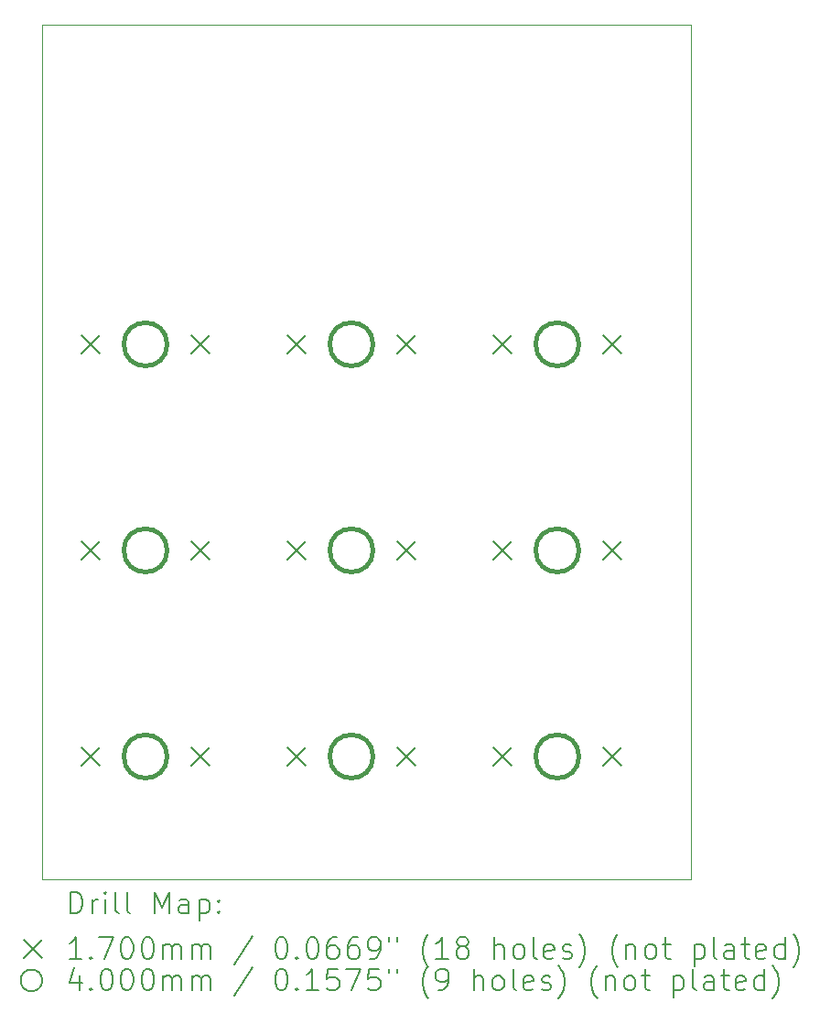
<source format=gbr>
%TF.GenerationSoftware,KiCad,Pcbnew,8.0.5*%
%TF.CreationDate,2024-10-09T00:41:17-05:00*%
%TF.ProjectId,MacroPad for Hackclub,4d616372-6f50-4616-9420-666f72204861,rev?*%
%TF.SameCoordinates,Original*%
%TF.FileFunction,Drillmap*%
%TF.FilePolarity,Positive*%
%FSLAX45Y45*%
G04 Gerber Fmt 4.5, Leading zero omitted, Abs format (unit mm)*
G04 Created by KiCad (PCBNEW 8.0.5) date 2024-10-09 00:41:17*
%MOMM*%
%LPD*%
G01*
G04 APERTURE LIST*
%ADD10C,0.050000*%
%ADD11C,0.200000*%
%ADD12C,0.170000*%
%ADD13C,0.400000*%
G04 APERTURE END LIST*
D10*
X13335000Y-3715000D02*
X19335000Y-3715000D01*
X19335000Y-11615000D01*
X13335000Y-11615000D01*
X13335000Y-3715000D01*
D11*
D12*
X13694500Y-6582500D02*
X13864500Y-6752500D01*
X13864500Y-6582500D02*
X13694500Y-6752500D01*
X13694500Y-8487500D02*
X13864500Y-8657500D01*
X13864500Y-8487500D02*
X13694500Y-8657500D01*
X13694500Y-10392500D02*
X13864500Y-10562500D01*
X13864500Y-10392500D02*
X13694500Y-10562500D01*
X14710500Y-6582500D02*
X14880500Y-6752500D01*
X14880500Y-6582500D02*
X14710500Y-6752500D01*
X14710500Y-8487500D02*
X14880500Y-8657500D01*
X14880500Y-8487500D02*
X14710500Y-8657500D01*
X14710500Y-10392500D02*
X14880500Y-10562500D01*
X14880500Y-10392500D02*
X14710500Y-10562500D01*
X15599500Y-6582500D02*
X15769500Y-6752500D01*
X15769500Y-6582500D02*
X15599500Y-6752500D01*
X15599500Y-8487500D02*
X15769500Y-8657500D01*
X15769500Y-8487500D02*
X15599500Y-8657500D01*
X15599500Y-10392500D02*
X15769500Y-10562500D01*
X15769500Y-10392500D02*
X15599500Y-10562500D01*
X16615500Y-6582500D02*
X16785500Y-6752500D01*
X16785500Y-6582500D02*
X16615500Y-6752500D01*
X16615500Y-8487500D02*
X16785500Y-8657500D01*
X16785500Y-8487500D02*
X16615500Y-8657500D01*
X16615500Y-10392500D02*
X16785500Y-10562500D01*
X16785500Y-10392500D02*
X16615500Y-10562500D01*
X17504500Y-6582500D02*
X17674500Y-6752500D01*
X17674500Y-6582500D02*
X17504500Y-6752500D01*
X17504500Y-8487500D02*
X17674500Y-8657500D01*
X17674500Y-8487500D02*
X17504500Y-8657500D01*
X17504500Y-10392500D02*
X17674500Y-10562500D01*
X17674500Y-10392500D02*
X17504500Y-10562500D01*
X18520500Y-6582500D02*
X18690500Y-6752500D01*
X18690500Y-6582500D02*
X18520500Y-6752500D01*
X18520500Y-8487500D02*
X18690500Y-8657500D01*
X18690500Y-8487500D02*
X18520500Y-8657500D01*
X18520500Y-10392500D02*
X18690500Y-10562500D01*
X18690500Y-10392500D02*
X18520500Y-10562500D01*
D13*
X14487500Y-6667500D02*
G75*
G02*
X14087500Y-6667500I-200000J0D01*
G01*
X14087500Y-6667500D02*
G75*
G02*
X14487500Y-6667500I200000J0D01*
G01*
X14487500Y-8572500D02*
G75*
G02*
X14087500Y-8572500I-200000J0D01*
G01*
X14087500Y-8572500D02*
G75*
G02*
X14487500Y-8572500I200000J0D01*
G01*
X14487500Y-10477500D02*
G75*
G02*
X14087500Y-10477500I-200000J0D01*
G01*
X14087500Y-10477500D02*
G75*
G02*
X14487500Y-10477500I200000J0D01*
G01*
X16392500Y-6667500D02*
G75*
G02*
X15992500Y-6667500I-200000J0D01*
G01*
X15992500Y-6667500D02*
G75*
G02*
X16392500Y-6667500I200000J0D01*
G01*
X16392500Y-8572500D02*
G75*
G02*
X15992500Y-8572500I-200000J0D01*
G01*
X15992500Y-8572500D02*
G75*
G02*
X16392500Y-8572500I200000J0D01*
G01*
X16392500Y-10477500D02*
G75*
G02*
X15992500Y-10477500I-200000J0D01*
G01*
X15992500Y-10477500D02*
G75*
G02*
X16392500Y-10477500I200000J0D01*
G01*
X18297500Y-6667500D02*
G75*
G02*
X17897500Y-6667500I-200000J0D01*
G01*
X17897500Y-6667500D02*
G75*
G02*
X18297500Y-6667500I200000J0D01*
G01*
X18297500Y-8572500D02*
G75*
G02*
X17897500Y-8572500I-200000J0D01*
G01*
X17897500Y-8572500D02*
G75*
G02*
X18297500Y-8572500I200000J0D01*
G01*
X18297500Y-10477500D02*
G75*
G02*
X17897500Y-10477500I-200000J0D01*
G01*
X17897500Y-10477500D02*
G75*
G02*
X18297500Y-10477500I200000J0D01*
G01*
D11*
X13593277Y-11928984D02*
X13593277Y-11728984D01*
X13593277Y-11728984D02*
X13640896Y-11728984D01*
X13640896Y-11728984D02*
X13669467Y-11738508D01*
X13669467Y-11738508D02*
X13688515Y-11757555D01*
X13688515Y-11757555D02*
X13698039Y-11776603D01*
X13698039Y-11776603D02*
X13707562Y-11814698D01*
X13707562Y-11814698D02*
X13707562Y-11843269D01*
X13707562Y-11843269D02*
X13698039Y-11881365D01*
X13698039Y-11881365D02*
X13688515Y-11900412D01*
X13688515Y-11900412D02*
X13669467Y-11919460D01*
X13669467Y-11919460D02*
X13640896Y-11928984D01*
X13640896Y-11928984D02*
X13593277Y-11928984D01*
X13793277Y-11928984D02*
X13793277Y-11795650D01*
X13793277Y-11833746D02*
X13802801Y-11814698D01*
X13802801Y-11814698D02*
X13812324Y-11805174D01*
X13812324Y-11805174D02*
X13831372Y-11795650D01*
X13831372Y-11795650D02*
X13850420Y-11795650D01*
X13917086Y-11928984D02*
X13917086Y-11795650D01*
X13917086Y-11728984D02*
X13907562Y-11738508D01*
X13907562Y-11738508D02*
X13917086Y-11748031D01*
X13917086Y-11748031D02*
X13926610Y-11738508D01*
X13926610Y-11738508D02*
X13917086Y-11728984D01*
X13917086Y-11728984D02*
X13917086Y-11748031D01*
X14040896Y-11928984D02*
X14021848Y-11919460D01*
X14021848Y-11919460D02*
X14012324Y-11900412D01*
X14012324Y-11900412D02*
X14012324Y-11728984D01*
X14145658Y-11928984D02*
X14126610Y-11919460D01*
X14126610Y-11919460D02*
X14117086Y-11900412D01*
X14117086Y-11900412D02*
X14117086Y-11728984D01*
X14374229Y-11928984D02*
X14374229Y-11728984D01*
X14374229Y-11728984D02*
X14440896Y-11871841D01*
X14440896Y-11871841D02*
X14507562Y-11728984D01*
X14507562Y-11728984D02*
X14507562Y-11928984D01*
X14688515Y-11928984D02*
X14688515Y-11824222D01*
X14688515Y-11824222D02*
X14678991Y-11805174D01*
X14678991Y-11805174D02*
X14659943Y-11795650D01*
X14659943Y-11795650D02*
X14621848Y-11795650D01*
X14621848Y-11795650D02*
X14602801Y-11805174D01*
X14688515Y-11919460D02*
X14669467Y-11928984D01*
X14669467Y-11928984D02*
X14621848Y-11928984D01*
X14621848Y-11928984D02*
X14602801Y-11919460D01*
X14602801Y-11919460D02*
X14593277Y-11900412D01*
X14593277Y-11900412D02*
X14593277Y-11881365D01*
X14593277Y-11881365D02*
X14602801Y-11862317D01*
X14602801Y-11862317D02*
X14621848Y-11852793D01*
X14621848Y-11852793D02*
X14669467Y-11852793D01*
X14669467Y-11852793D02*
X14688515Y-11843269D01*
X14783753Y-11795650D02*
X14783753Y-11995650D01*
X14783753Y-11805174D02*
X14802801Y-11795650D01*
X14802801Y-11795650D02*
X14840896Y-11795650D01*
X14840896Y-11795650D02*
X14859943Y-11805174D01*
X14859943Y-11805174D02*
X14869467Y-11814698D01*
X14869467Y-11814698D02*
X14878991Y-11833746D01*
X14878991Y-11833746D02*
X14878991Y-11890888D01*
X14878991Y-11890888D02*
X14869467Y-11909936D01*
X14869467Y-11909936D02*
X14859943Y-11919460D01*
X14859943Y-11919460D02*
X14840896Y-11928984D01*
X14840896Y-11928984D02*
X14802801Y-11928984D01*
X14802801Y-11928984D02*
X14783753Y-11919460D01*
X14964705Y-11909936D02*
X14974229Y-11919460D01*
X14974229Y-11919460D02*
X14964705Y-11928984D01*
X14964705Y-11928984D02*
X14955182Y-11919460D01*
X14955182Y-11919460D02*
X14964705Y-11909936D01*
X14964705Y-11909936D02*
X14964705Y-11928984D01*
X14964705Y-11805174D02*
X14974229Y-11814698D01*
X14974229Y-11814698D02*
X14964705Y-11824222D01*
X14964705Y-11824222D02*
X14955182Y-11814698D01*
X14955182Y-11814698D02*
X14964705Y-11805174D01*
X14964705Y-11805174D02*
X14964705Y-11824222D01*
D12*
X13162500Y-12172500D02*
X13332500Y-12342500D01*
X13332500Y-12172500D02*
X13162500Y-12342500D01*
D11*
X13698039Y-12348984D02*
X13583753Y-12348984D01*
X13640896Y-12348984D02*
X13640896Y-12148984D01*
X13640896Y-12148984D02*
X13621848Y-12177555D01*
X13621848Y-12177555D02*
X13602801Y-12196603D01*
X13602801Y-12196603D02*
X13583753Y-12206127D01*
X13783753Y-12329936D02*
X13793277Y-12339460D01*
X13793277Y-12339460D02*
X13783753Y-12348984D01*
X13783753Y-12348984D02*
X13774229Y-12339460D01*
X13774229Y-12339460D02*
X13783753Y-12329936D01*
X13783753Y-12329936D02*
X13783753Y-12348984D01*
X13859943Y-12148984D02*
X13993277Y-12148984D01*
X13993277Y-12148984D02*
X13907562Y-12348984D01*
X14107562Y-12148984D02*
X14126610Y-12148984D01*
X14126610Y-12148984D02*
X14145658Y-12158508D01*
X14145658Y-12158508D02*
X14155182Y-12168031D01*
X14155182Y-12168031D02*
X14164705Y-12187079D01*
X14164705Y-12187079D02*
X14174229Y-12225174D01*
X14174229Y-12225174D02*
X14174229Y-12272793D01*
X14174229Y-12272793D02*
X14164705Y-12310888D01*
X14164705Y-12310888D02*
X14155182Y-12329936D01*
X14155182Y-12329936D02*
X14145658Y-12339460D01*
X14145658Y-12339460D02*
X14126610Y-12348984D01*
X14126610Y-12348984D02*
X14107562Y-12348984D01*
X14107562Y-12348984D02*
X14088515Y-12339460D01*
X14088515Y-12339460D02*
X14078991Y-12329936D01*
X14078991Y-12329936D02*
X14069467Y-12310888D01*
X14069467Y-12310888D02*
X14059943Y-12272793D01*
X14059943Y-12272793D02*
X14059943Y-12225174D01*
X14059943Y-12225174D02*
X14069467Y-12187079D01*
X14069467Y-12187079D02*
X14078991Y-12168031D01*
X14078991Y-12168031D02*
X14088515Y-12158508D01*
X14088515Y-12158508D02*
X14107562Y-12148984D01*
X14298039Y-12148984D02*
X14317086Y-12148984D01*
X14317086Y-12148984D02*
X14336134Y-12158508D01*
X14336134Y-12158508D02*
X14345658Y-12168031D01*
X14345658Y-12168031D02*
X14355182Y-12187079D01*
X14355182Y-12187079D02*
X14364705Y-12225174D01*
X14364705Y-12225174D02*
X14364705Y-12272793D01*
X14364705Y-12272793D02*
X14355182Y-12310888D01*
X14355182Y-12310888D02*
X14345658Y-12329936D01*
X14345658Y-12329936D02*
X14336134Y-12339460D01*
X14336134Y-12339460D02*
X14317086Y-12348984D01*
X14317086Y-12348984D02*
X14298039Y-12348984D01*
X14298039Y-12348984D02*
X14278991Y-12339460D01*
X14278991Y-12339460D02*
X14269467Y-12329936D01*
X14269467Y-12329936D02*
X14259943Y-12310888D01*
X14259943Y-12310888D02*
X14250420Y-12272793D01*
X14250420Y-12272793D02*
X14250420Y-12225174D01*
X14250420Y-12225174D02*
X14259943Y-12187079D01*
X14259943Y-12187079D02*
X14269467Y-12168031D01*
X14269467Y-12168031D02*
X14278991Y-12158508D01*
X14278991Y-12158508D02*
X14298039Y-12148984D01*
X14450420Y-12348984D02*
X14450420Y-12215650D01*
X14450420Y-12234698D02*
X14459943Y-12225174D01*
X14459943Y-12225174D02*
X14478991Y-12215650D01*
X14478991Y-12215650D02*
X14507563Y-12215650D01*
X14507563Y-12215650D02*
X14526610Y-12225174D01*
X14526610Y-12225174D02*
X14536134Y-12244222D01*
X14536134Y-12244222D02*
X14536134Y-12348984D01*
X14536134Y-12244222D02*
X14545658Y-12225174D01*
X14545658Y-12225174D02*
X14564705Y-12215650D01*
X14564705Y-12215650D02*
X14593277Y-12215650D01*
X14593277Y-12215650D02*
X14612324Y-12225174D01*
X14612324Y-12225174D02*
X14621848Y-12244222D01*
X14621848Y-12244222D02*
X14621848Y-12348984D01*
X14717086Y-12348984D02*
X14717086Y-12215650D01*
X14717086Y-12234698D02*
X14726610Y-12225174D01*
X14726610Y-12225174D02*
X14745658Y-12215650D01*
X14745658Y-12215650D02*
X14774229Y-12215650D01*
X14774229Y-12215650D02*
X14793277Y-12225174D01*
X14793277Y-12225174D02*
X14802801Y-12244222D01*
X14802801Y-12244222D02*
X14802801Y-12348984D01*
X14802801Y-12244222D02*
X14812324Y-12225174D01*
X14812324Y-12225174D02*
X14831372Y-12215650D01*
X14831372Y-12215650D02*
X14859943Y-12215650D01*
X14859943Y-12215650D02*
X14878991Y-12225174D01*
X14878991Y-12225174D02*
X14888515Y-12244222D01*
X14888515Y-12244222D02*
X14888515Y-12348984D01*
X15278991Y-12139460D02*
X15107563Y-12396603D01*
X15536134Y-12148984D02*
X15555182Y-12148984D01*
X15555182Y-12148984D02*
X15574229Y-12158508D01*
X15574229Y-12158508D02*
X15583753Y-12168031D01*
X15583753Y-12168031D02*
X15593277Y-12187079D01*
X15593277Y-12187079D02*
X15602801Y-12225174D01*
X15602801Y-12225174D02*
X15602801Y-12272793D01*
X15602801Y-12272793D02*
X15593277Y-12310888D01*
X15593277Y-12310888D02*
X15583753Y-12329936D01*
X15583753Y-12329936D02*
X15574229Y-12339460D01*
X15574229Y-12339460D02*
X15555182Y-12348984D01*
X15555182Y-12348984D02*
X15536134Y-12348984D01*
X15536134Y-12348984D02*
X15517086Y-12339460D01*
X15517086Y-12339460D02*
X15507563Y-12329936D01*
X15507563Y-12329936D02*
X15498039Y-12310888D01*
X15498039Y-12310888D02*
X15488515Y-12272793D01*
X15488515Y-12272793D02*
X15488515Y-12225174D01*
X15488515Y-12225174D02*
X15498039Y-12187079D01*
X15498039Y-12187079D02*
X15507563Y-12168031D01*
X15507563Y-12168031D02*
X15517086Y-12158508D01*
X15517086Y-12158508D02*
X15536134Y-12148984D01*
X15688515Y-12329936D02*
X15698039Y-12339460D01*
X15698039Y-12339460D02*
X15688515Y-12348984D01*
X15688515Y-12348984D02*
X15678991Y-12339460D01*
X15678991Y-12339460D02*
X15688515Y-12329936D01*
X15688515Y-12329936D02*
X15688515Y-12348984D01*
X15821848Y-12148984D02*
X15840896Y-12148984D01*
X15840896Y-12148984D02*
X15859944Y-12158508D01*
X15859944Y-12158508D02*
X15869467Y-12168031D01*
X15869467Y-12168031D02*
X15878991Y-12187079D01*
X15878991Y-12187079D02*
X15888515Y-12225174D01*
X15888515Y-12225174D02*
X15888515Y-12272793D01*
X15888515Y-12272793D02*
X15878991Y-12310888D01*
X15878991Y-12310888D02*
X15869467Y-12329936D01*
X15869467Y-12329936D02*
X15859944Y-12339460D01*
X15859944Y-12339460D02*
X15840896Y-12348984D01*
X15840896Y-12348984D02*
X15821848Y-12348984D01*
X15821848Y-12348984D02*
X15802801Y-12339460D01*
X15802801Y-12339460D02*
X15793277Y-12329936D01*
X15793277Y-12329936D02*
X15783753Y-12310888D01*
X15783753Y-12310888D02*
X15774229Y-12272793D01*
X15774229Y-12272793D02*
X15774229Y-12225174D01*
X15774229Y-12225174D02*
X15783753Y-12187079D01*
X15783753Y-12187079D02*
X15793277Y-12168031D01*
X15793277Y-12168031D02*
X15802801Y-12158508D01*
X15802801Y-12158508D02*
X15821848Y-12148984D01*
X16059944Y-12148984D02*
X16021848Y-12148984D01*
X16021848Y-12148984D02*
X16002801Y-12158508D01*
X16002801Y-12158508D02*
X15993277Y-12168031D01*
X15993277Y-12168031D02*
X15974229Y-12196603D01*
X15974229Y-12196603D02*
X15964706Y-12234698D01*
X15964706Y-12234698D02*
X15964706Y-12310888D01*
X15964706Y-12310888D02*
X15974229Y-12329936D01*
X15974229Y-12329936D02*
X15983753Y-12339460D01*
X15983753Y-12339460D02*
X16002801Y-12348984D01*
X16002801Y-12348984D02*
X16040896Y-12348984D01*
X16040896Y-12348984D02*
X16059944Y-12339460D01*
X16059944Y-12339460D02*
X16069467Y-12329936D01*
X16069467Y-12329936D02*
X16078991Y-12310888D01*
X16078991Y-12310888D02*
X16078991Y-12263269D01*
X16078991Y-12263269D02*
X16069467Y-12244222D01*
X16069467Y-12244222D02*
X16059944Y-12234698D01*
X16059944Y-12234698D02*
X16040896Y-12225174D01*
X16040896Y-12225174D02*
X16002801Y-12225174D01*
X16002801Y-12225174D02*
X15983753Y-12234698D01*
X15983753Y-12234698D02*
X15974229Y-12244222D01*
X15974229Y-12244222D02*
X15964706Y-12263269D01*
X16250420Y-12148984D02*
X16212325Y-12148984D01*
X16212325Y-12148984D02*
X16193277Y-12158508D01*
X16193277Y-12158508D02*
X16183753Y-12168031D01*
X16183753Y-12168031D02*
X16164706Y-12196603D01*
X16164706Y-12196603D02*
X16155182Y-12234698D01*
X16155182Y-12234698D02*
X16155182Y-12310888D01*
X16155182Y-12310888D02*
X16164706Y-12329936D01*
X16164706Y-12329936D02*
X16174229Y-12339460D01*
X16174229Y-12339460D02*
X16193277Y-12348984D01*
X16193277Y-12348984D02*
X16231372Y-12348984D01*
X16231372Y-12348984D02*
X16250420Y-12339460D01*
X16250420Y-12339460D02*
X16259944Y-12329936D01*
X16259944Y-12329936D02*
X16269467Y-12310888D01*
X16269467Y-12310888D02*
X16269467Y-12263269D01*
X16269467Y-12263269D02*
X16259944Y-12244222D01*
X16259944Y-12244222D02*
X16250420Y-12234698D01*
X16250420Y-12234698D02*
X16231372Y-12225174D01*
X16231372Y-12225174D02*
X16193277Y-12225174D01*
X16193277Y-12225174D02*
X16174229Y-12234698D01*
X16174229Y-12234698D02*
X16164706Y-12244222D01*
X16164706Y-12244222D02*
X16155182Y-12263269D01*
X16364706Y-12348984D02*
X16402801Y-12348984D01*
X16402801Y-12348984D02*
X16421848Y-12339460D01*
X16421848Y-12339460D02*
X16431372Y-12329936D01*
X16431372Y-12329936D02*
X16450420Y-12301365D01*
X16450420Y-12301365D02*
X16459944Y-12263269D01*
X16459944Y-12263269D02*
X16459944Y-12187079D01*
X16459944Y-12187079D02*
X16450420Y-12168031D01*
X16450420Y-12168031D02*
X16440896Y-12158508D01*
X16440896Y-12158508D02*
X16421848Y-12148984D01*
X16421848Y-12148984D02*
X16383753Y-12148984D01*
X16383753Y-12148984D02*
X16364706Y-12158508D01*
X16364706Y-12158508D02*
X16355182Y-12168031D01*
X16355182Y-12168031D02*
X16345658Y-12187079D01*
X16345658Y-12187079D02*
X16345658Y-12234698D01*
X16345658Y-12234698D02*
X16355182Y-12253746D01*
X16355182Y-12253746D02*
X16364706Y-12263269D01*
X16364706Y-12263269D02*
X16383753Y-12272793D01*
X16383753Y-12272793D02*
X16421848Y-12272793D01*
X16421848Y-12272793D02*
X16440896Y-12263269D01*
X16440896Y-12263269D02*
X16450420Y-12253746D01*
X16450420Y-12253746D02*
X16459944Y-12234698D01*
X16536134Y-12148984D02*
X16536134Y-12187079D01*
X16612325Y-12148984D02*
X16612325Y-12187079D01*
X16907563Y-12425174D02*
X16898039Y-12415650D01*
X16898039Y-12415650D02*
X16878991Y-12387079D01*
X16878991Y-12387079D02*
X16869468Y-12368031D01*
X16869468Y-12368031D02*
X16859944Y-12339460D01*
X16859944Y-12339460D02*
X16850420Y-12291841D01*
X16850420Y-12291841D02*
X16850420Y-12253746D01*
X16850420Y-12253746D02*
X16859944Y-12206127D01*
X16859944Y-12206127D02*
X16869468Y-12177555D01*
X16869468Y-12177555D02*
X16878991Y-12158508D01*
X16878991Y-12158508D02*
X16898039Y-12129936D01*
X16898039Y-12129936D02*
X16907563Y-12120412D01*
X17088515Y-12348984D02*
X16974230Y-12348984D01*
X17031372Y-12348984D02*
X17031372Y-12148984D01*
X17031372Y-12148984D02*
X17012325Y-12177555D01*
X17012325Y-12177555D02*
X16993277Y-12196603D01*
X16993277Y-12196603D02*
X16974230Y-12206127D01*
X17202801Y-12234698D02*
X17183753Y-12225174D01*
X17183753Y-12225174D02*
X17174230Y-12215650D01*
X17174230Y-12215650D02*
X17164706Y-12196603D01*
X17164706Y-12196603D02*
X17164706Y-12187079D01*
X17164706Y-12187079D02*
X17174230Y-12168031D01*
X17174230Y-12168031D02*
X17183753Y-12158508D01*
X17183753Y-12158508D02*
X17202801Y-12148984D01*
X17202801Y-12148984D02*
X17240896Y-12148984D01*
X17240896Y-12148984D02*
X17259944Y-12158508D01*
X17259944Y-12158508D02*
X17269468Y-12168031D01*
X17269468Y-12168031D02*
X17278991Y-12187079D01*
X17278991Y-12187079D02*
X17278991Y-12196603D01*
X17278991Y-12196603D02*
X17269468Y-12215650D01*
X17269468Y-12215650D02*
X17259944Y-12225174D01*
X17259944Y-12225174D02*
X17240896Y-12234698D01*
X17240896Y-12234698D02*
X17202801Y-12234698D01*
X17202801Y-12234698D02*
X17183753Y-12244222D01*
X17183753Y-12244222D02*
X17174230Y-12253746D01*
X17174230Y-12253746D02*
X17164706Y-12272793D01*
X17164706Y-12272793D02*
X17164706Y-12310888D01*
X17164706Y-12310888D02*
X17174230Y-12329936D01*
X17174230Y-12329936D02*
X17183753Y-12339460D01*
X17183753Y-12339460D02*
X17202801Y-12348984D01*
X17202801Y-12348984D02*
X17240896Y-12348984D01*
X17240896Y-12348984D02*
X17259944Y-12339460D01*
X17259944Y-12339460D02*
X17269468Y-12329936D01*
X17269468Y-12329936D02*
X17278991Y-12310888D01*
X17278991Y-12310888D02*
X17278991Y-12272793D01*
X17278991Y-12272793D02*
X17269468Y-12253746D01*
X17269468Y-12253746D02*
X17259944Y-12244222D01*
X17259944Y-12244222D02*
X17240896Y-12234698D01*
X17517087Y-12348984D02*
X17517087Y-12148984D01*
X17602801Y-12348984D02*
X17602801Y-12244222D01*
X17602801Y-12244222D02*
X17593277Y-12225174D01*
X17593277Y-12225174D02*
X17574230Y-12215650D01*
X17574230Y-12215650D02*
X17545658Y-12215650D01*
X17545658Y-12215650D02*
X17526611Y-12225174D01*
X17526611Y-12225174D02*
X17517087Y-12234698D01*
X17726611Y-12348984D02*
X17707563Y-12339460D01*
X17707563Y-12339460D02*
X17698039Y-12329936D01*
X17698039Y-12329936D02*
X17688515Y-12310888D01*
X17688515Y-12310888D02*
X17688515Y-12253746D01*
X17688515Y-12253746D02*
X17698039Y-12234698D01*
X17698039Y-12234698D02*
X17707563Y-12225174D01*
X17707563Y-12225174D02*
X17726611Y-12215650D01*
X17726611Y-12215650D02*
X17755182Y-12215650D01*
X17755182Y-12215650D02*
X17774230Y-12225174D01*
X17774230Y-12225174D02*
X17783753Y-12234698D01*
X17783753Y-12234698D02*
X17793277Y-12253746D01*
X17793277Y-12253746D02*
X17793277Y-12310888D01*
X17793277Y-12310888D02*
X17783753Y-12329936D01*
X17783753Y-12329936D02*
X17774230Y-12339460D01*
X17774230Y-12339460D02*
X17755182Y-12348984D01*
X17755182Y-12348984D02*
X17726611Y-12348984D01*
X17907563Y-12348984D02*
X17888515Y-12339460D01*
X17888515Y-12339460D02*
X17878992Y-12320412D01*
X17878992Y-12320412D02*
X17878992Y-12148984D01*
X18059944Y-12339460D02*
X18040896Y-12348984D01*
X18040896Y-12348984D02*
X18002801Y-12348984D01*
X18002801Y-12348984D02*
X17983753Y-12339460D01*
X17983753Y-12339460D02*
X17974230Y-12320412D01*
X17974230Y-12320412D02*
X17974230Y-12244222D01*
X17974230Y-12244222D02*
X17983753Y-12225174D01*
X17983753Y-12225174D02*
X18002801Y-12215650D01*
X18002801Y-12215650D02*
X18040896Y-12215650D01*
X18040896Y-12215650D02*
X18059944Y-12225174D01*
X18059944Y-12225174D02*
X18069468Y-12244222D01*
X18069468Y-12244222D02*
X18069468Y-12263269D01*
X18069468Y-12263269D02*
X17974230Y-12282317D01*
X18145658Y-12339460D02*
X18164706Y-12348984D01*
X18164706Y-12348984D02*
X18202801Y-12348984D01*
X18202801Y-12348984D02*
X18221849Y-12339460D01*
X18221849Y-12339460D02*
X18231373Y-12320412D01*
X18231373Y-12320412D02*
X18231373Y-12310888D01*
X18231373Y-12310888D02*
X18221849Y-12291841D01*
X18221849Y-12291841D02*
X18202801Y-12282317D01*
X18202801Y-12282317D02*
X18174230Y-12282317D01*
X18174230Y-12282317D02*
X18155182Y-12272793D01*
X18155182Y-12272793D02*
X18145658Y-12253746D01*
X18145658Y-12253746D02*
X18145658Y-12244222D01*
X18145658Y-12244222D02*
X18155182Y-12225174D01*
X18155182Y-12225174D02*
X18174230Y-12215650D01*
X18174230Y-12215650D02*
X18202801Y-12215650D01*
X18202801Y-12215650D02*
X18221849Y-12225174D01*
X18298039Y-12425174D02*
X18307563Y-12415650D01*
X18307563Y-12415650D02*
X18326611Y-12387079D01*
X18326611Y-12387079D02*
X18336134Y-12368031D01*
X18336134Y-12368031D02*
X18345658Y-12339460D01*
X18345658Y-12339460D02*
X18355182Y-12291841D01*
X18355182Y-12291841D02*
X18355182Y-12253746D01*
X18355182Y-12253746D02*
X18345658Y-12206127D01*
X18345658Y-12206127D02*
X18336134Y-12177555D01*
X18336134Y-12177555D02*
X18326611Y-12158508D01*
X18326611Y-12158508D02*
X18307563Y-12129936D01*
X18307563Y-12129936D02*
X18298039Y-12120412D01*
X18659944Y-12425174D02*
X18650420Y-12415650D01*
X18650420Y-12415650D02*
X18631373Y-12387079D01*
X18631373Y-12387079D02*
X18621849Y-12368031D01*
X18621849Y-12368031D02*
X18612325Y-12339460D01*
X18612325Y-12339460D02*
X18602801Y-12291841D01*
X18602801Y-12291841D02*
X18602801Y-12253746D01*
X18602801Y-12253746D02*
X18612325Y-12206127D01*
X18612325Y-12206127D02*
X18621849Y-12177555D01*
X18621849Y-12177555D02*
X18631373Y-12158508D01*
X18631373Y-12158508D02*
X18650420Y-12129936D01*
X18650420Y-12129936D02*
X18659944Y-12120412D01*
X18736134Y-12215650D02*
X18736134Y-12348984D01*
X18736134Y-12234698D02*
X18745658Y-12225174D01*
X18745658Y-12225174D02*
X18764706Y-12215650D01*
X18764706Y-12215650D02*
X18793277Y-12215650D01*
X18793277Y-12215650D02*
X18812325Y-12225174D01*
X18812325Y-12225174D02*
X18821849Y-12244222D01*
X18821849Y-12244222D02*
X18821849Y-12348984D01*
X18945658Y-12348984D02*
X18926611Y-12339460D01*
X18926611Y-12339460D02*
X18917087Y-12329936D01*
X18917087Y-12329936D02*
X18907563Y-12310888D01*
X18907563Y-12310888D02*
X18907563Y-12253746D01*
X18907563Y-12253746D02*
X18917087Y-12234698D01*
X18917087Y-12234698D02*
X18926611Y-12225174D01*
X18926611Y-12225174D02*
X18945658Y-12215650D01*
X18945658Y-12215650D02*
X18974230Y-12215650D01*
X18974230Y-12215650D02*
X18993277Y-12225174D01*
X18993277Y-12225174D02*
X19002801Y-12234698D01*
X19002801Y-12234698D02*
X19012325Y-12253746D01*
X19012325Y-12253746D02*
X19012325Y-12310888D01*
X19012325Y-12310888D02*
X19002801Y-12329936D01*
X19002801Y-12329936D02*
X18993277Y-12339460D01*
X18993277Y-12339460D02*
X18974230Y-12348984D01*
X18974230Y-12348984D02*
X18945658Y-12348984D01*
X19069468Y-12215650D02*
X19145658Y-12215650D01*
X19098039Y-12148984D02*
X19098039Y-12320412D01*
X19098039Y-12320412D02*
X19107563Y-12339460D01*
X19107563Y-12339460D02*
X19126611Y-12348984D01*
X19126611Y-12348984D02*
X19145658Y-12348984D01*
X19364706Y-12215650D02*
X19364706Y-12415650D01*
X19364706Y-12225174D02*
X19383754Y-12215650D01*
X19383754Y-12215650D02*
X19421849Y-12215650D01*
X19421849Y-12215650D02*
X19440896Y-12225174D01*
X19440896Y-12225174D02*
X19450420Y-12234698D01*
X19450420Y-12234698D02*
X19459944Y-12253746D01*
X19459944Y-12253746D02*
X19459944Y-12310888D01*
X19459944Y-12310888D02*
X19450420Y-12329936D01*
X19450420Y-12329936D02*
X19440896Y-12339460D01*
X19440896Y-12339460D02*
X19421849Y-12348984D01*
X19421849Y-12348984D02*
X19383754Y-12348984D01*
X19383754Y-12348984D02*
X19364706Y-12339460D01*
X19574230Y-12348984D02*
X19555182Y-12339460D01*
X19555182Y-12339460D02*
X19545658Y-12320412D01*
X19545658Y-12320412D02*
X19545658Y-12148984D01*
X19736135Y-12348984D02*
X19736135Y-12244222D01*
X19736135Y-12244222D02*
X19726611Y-12225174D01*
X19726611Y-12225174D02*
X19707563Y-12215650D01*
X19707563Y-12215650D02*
X19669468Y-12215650D01*
X19669468Y-12215650D02*
X19650420Y-12225174D01*
X19736135Y-12339460D02*
X19717087Y-12348984D01*
X19717087Y-12348984D02*
X19669468Y-12348984D01*
X19669468Y-12348984D02*
X19650420Y-12339460D01*
X19650420Y-12339460D02*
X19640896Y-12320412D01*
X19640896Y-12320412D02*
X19640896Y-12301365D01*
X19640896Y-12301365D02*
X19650420Y-12282317D01*
X19650420Y-12282317D02*
X19669468Y-12272793D01*
X19669468Y-12272793D02*
X19717087Y-12272793D01*
X19717087Y-12272793D02*
X19736135Y-12263269D01*
X19802801Y-12215650D02*
X19878992Y-12215650D01*
X19831373Y-12148984D02*
X19831373Y-12320412D01*
X19831373Y-12320412D02*
X19840896Y-12339460D01*
X19840896Y-12339460D02*
X19859944Y-12348984D01*
X19859944Y-12348984D02*
X19878992Y-12348984D01*
X20021849Y-12339460D02*
X20002801Y-12348984D01*
X20002801Y-12348984D02*
X19964706Y-12348984D01*
X19964706Y-12348984D02*
X19945658Y-12339460D01*
X19945658Y-12339460D02*
X19936135Y-12320412D01*
X19936135Y-12320412D02*
X19936135Y-12244222D01*
X19936135Y-12244222D02*
X19945658Y-12225174D01*
X19945658Y-12225174D02*
X19964706Y-12215650D01*
X19964706Y-12215650D02*
X20002801Y-12215650D01*
X20002801Y-12215650D02*
X20021849Y-12225174D01*
X20021849Y-12225174D02*
X20031373Y-12244222D01*
X20031373Y-12244222D02*
X20031373Y-12263269D01*
X20031373Y-12263269D02*
X19936135Y-12282317D01*
X20202801Y-12348984D02*
X20202801Y-12148984D01*
X20202801Y-12339460D02*
X20183754Y-12348984D01*
X20183754Y-12348984D02*
X20145658Y-12348984D01*
X20145658Y-12348984D02*
X20126611Y-12339460D01*
X20126611Y-12339460D02*
X20117087Y-12329936D01*
X20117087Y-12329936D02*
X20107563Y-12310888D01*
X20107563Y-12310888D02*
X20107563Y-12253746D01*
X20107563Y-12253746D02*
X20117087Y-12234698D01*
X20117087Y-12234698D02*
X20126611Y-12225174D01*
X20126611Y-12225174D02*
X20145658Y-12215650D01*
X20145658Y-12215650D02*
X20183754Y-12215650D01*
X20183754Y-12215650D02*
X20202801Y-12225174D01*
X20278992Y-12425174D02*
X20288516Y-12415650D01*
X20288516Y-12415650D02*
X20307563Y-12387079D01*
X20307563Y-12387079D02*
X20317087Y-12368031D01*
X20317087Y-12368031D02*
X20326611Y-12339460D01*
X20326611Y-12339460D02*
X20336135Y-12291841D01*
X20336135Y-12291841D02*
X20336135Y-12253746D01*
X20336135Y-12253746D02*
X20326611Y-12206127D01*
X20326611Y-12206127D02*
X20317087Y-12177555D01*
X20317087Y-12177555D02*
X20307563Y-12158508D01*
X20307563Y-12158508D02*
X20288516Y-12129936D01*
X20288516Y-12129936D02*
X20278992Y-12120412D01*
X13332500Y-12547500D02*
G75*
G02*
X13132500Y-12547500I-100000J0D01*
G01*
X13132500Y-12547500D02*
G75*
G02*
X13332500Y-12547500I100000J0D01*
G01*
X13678991Y-12505650D02*
X13678991Y-12638984D01*
X13631372Y-12429460D02*
X13583753Y-12572317D01*
X13583753Y-12572317D02*
X13707562Y-12572317D01*
X13783753Y-12619936D02*
X13793277Y-12629460D01*
X13793277Y-12629460D02*
X13783753Y-12638984D01*
X13783753Y-12638984D02*
X13774229Y-12629460D01*
X13774229Y-12629460D02*
X13783753Y-12619936D01*
X13783753Y-12619936D02*
X13783753Y-12638984D01*
X13917086Y-12438984D02*
X13936134Y-12438984D01*
X13936134Y-12438984D02*
X13955182Y-12448508D01*
X13955182Y-12448508D02*
X13964705Y-12458031D01*
X13964705Y-12458031D02*
X13974229Y-12477079D01*
X13974229Y-12477079D02*
X13983753Y-12515174D01*
X13983753Y-12515174D02*
X13983753Y-12562793D01*
X13983753Y-12562793D02*
X13974229Y-12600888D01*
X13974229Y-12600888D02*
X13964705Y-12619936D01*
X13964705Y-12619936D02*
X13955182Y-12629460D01*
X13955182Y-12629460D02*
X13936134Y-12638984D01*
X13936134Y-12638984D02*
X13917086Y-12638984D01*
X13917086Y-12638984D02*
X13898039Y-12629460D01*
X13898039Y-12629460D02*
X13888515Y-12619936D01*
X13888515Y-12619936D02*
X13878991Y-12600888D01*
X13878991Y-12600888D02*
X13869467Y-12562793D01*
X13869467Y-12562793D02*
X13869467Y-12515174D01*
X13869467Y-12515174D02*
X13878991Y-12477079D01*
X13878991Y-12477079D02*
X13888515Y-12458031D01*
X13888515Y-12458031D02*
X13898039Y-12448508D01*
X13898039Y-12448508D02*
X13917086Y-12438984D01*
X14107562Y-12438984D02*
X14126610Y-12438984D01*
X14126610Y-12438984D02*
X14145658Y-12448508D01*
X14145658Y-12448508D02*
X14155182Y-12458031D01*
X14155182Y-12458031D02*
X14164705Y-12477079D01*
X14164705Y-12477079D02*
X14174229Y-12515174D01*
X14174229Y-12515174D02*
X14174229Y-12562793D01*
X14174229Y-12562793D02*
X14164705Y-12600888D01*
X14164705Y-12600888D02*
X14155182Y-12619936D01*
X14155182Y-12619936D02*
X14145658Y-12629460D01*
X14145658Y-12629460D02*
X14126610Y-12638984D01*
X14126610Y-12638984D02*
X14107562Y-12638984D01*
X14107562Y-12638984D02*
X14088515Y-12629460D01*
X14088515Y-12629460D02*
X14078991Y-12619936D01*
X14078991Y-12619936D02*
X14069467Y-12600888D01*
X14069467Y-12600888D02*
X14059943Y-12562793D01*
X14059943Y-12562793D02*
X14059943Y-12515174D01*
X14059943Y-12515174D02*
X14069467Y-12477079D01*
X14069467Y-12477079D02*
X14078991Y-12458031D01*
X14078991Y-12458031D02*
X14088515Y-12448508D01*
X14088515Y-12448508D02*
X14107562Y-12438984D01*
X14298039Y-12438984D02*
X14317086Y-12438984D01*
X14317086Y-12438984D02*
X14336134Y-12448508D01*
X14336134Y-12448508D02*
X14345658Y-12458031D01*
X14345658Y-12458031D02*
X14355182Y-12477079D01*
X14355182Y-12477079D02*
X14364705Y-12515174D01*
X14364705Y-12515174D02*
X14364705Y-12562793D01*
X14364705Y-12562793D02*
X14355182Y-12600888D01*
X14355182Y-12600888D02*
X14345658Y-12619936D01*
X14345658Y-12619936D02*
X14336134Y-12629460D01*
X14336134Y-12629460D02*
X14317086Y-12638984D01*
X14317086Y-12638984D02*
X14298039Y-12638984D01*
X14298039Y-12638984D02*
X14278991Y-12629460D01*
X14278991Y-12629460D02*
X14269467Y-12619936D01*
X14269467Y-12619936D02*
X14259943Y-12600888D01*
X14259943Y-12600888D02*
X14250420Y-12562793D01*
X14250420Y-12562793D02*
X14250420Y-12515174D01*
X14250420Y-12515174D02*
X14259943Y-12477079D01*
X14259943Y-12477079D02*
X14269467Y-12458031D01*
X14269467Y-12458031D02*
X14278991Y-12448508D01*
X14278991Y-12448508D02*
X14298039Y-12438984D01*
X14450420Y-12638984D02*
X14450420Y-12505650D01*
X14450420Y-12524698D02*
X14459943Y-12515174D01*
X14459943Y-12515174D02*
X14478991Y-12505650D01*
X14478991Y-12505650D02*
X14507563Y-12505650D01*
X14507563Y-12505650D02*
X14526610Y-12515174D01*
X14526610Y-12515174D02*
X14536134Y-12534222D01*
X14536134Y-12534222D02*
X14536134Y-12638984D01*
X14536134Y-12534222D02*
X14545658Y-12515174D01*
X14545658Y-12515174D02*
X14564705Y-12505650D01*
X14564705Y-12505650D02*
X14593277Y-12505650D01*
X14593277Y-12505650D02*
X14612324Y-12515174D01*
X14612324Y-12515174D02*
X14621848Y-12534222D01*
X14621848Y-12534222D02*
X14621848Y-12638984D01*
X14717086Y-12638984D02*
X14717086Y-12505650D01*
X14717086Y-12524698D02*
X14726610Y-12515174D01*
X14726610Y-12515174D02*
X14745658Y-12505650D01*
X14745658Y-12505650D02*
X14774229Y-12505650D01*
X14774229Y-12505650D02*
X14793277Y-12515174D01*
X14793277Y-12515174D02*
X14802801Y-12534222D01*
X14802801Y-12534222D02*
X14802801Y-12638984D01*
X14802801Y-12534222D02*
X14812324Y-12515174D01*
X14812324Y-12515174D02*
X14831372Y-12505650D01*
X14831372Y-12505650D02*
X14859943Y-12505650D01*
X14859943Y-12505650D02*
X14878991Y-12515174D01*
X14878991Y-12515174D02*
X14888515Y-12534222D01*
X14888515Y-12534222D02*
X14888515Y-12638984D01*
X15278991Y-12429460D02*
X15107563Y-12686603D01*
X15536134Y-12438984D02*
X15555182Y-12438984D01*
X15555182Y-12438984D02*
X15574229Y-12448508D01*
X15574229Y-12448508D02*
X15583753Y-12458031D01*
X15583753Y-12458031D02*
X15593277Y-12477079D01*
X15593277Y-12477079D02*
X15602801Y-12515174D01*
X15602801Y-12515174D02*
X15602801Y-12562793D01*
X15602801Y-12562793D02*
X15593277Y-12600888D01*
X15593277Y-12600888D02*
X15583753Y-12619936D01*
X15583753Y-12619936D02*
X15574229Y-12629460D01*
X15574229Y-12629460D02*
X15555182Y-12638984D01*
X15555182Y-12638984D02*
X15536134Y-12638984D01*
X15536134Y-12638984D02*
X15517086Y-12629460D01*
X15517086Y-12629460D02*
X15507563Y-12619936D01*
X15507563Y-12619936D02*
X15498039Y-12600888D01*
X15498039Y-12600888D02*
X15488515Y-12562793D01*
X15488515Y-12562793D02*
X15488515Y-12515174D01*
X15488515Y-12515174D02*
X15498039Y-12477079D01*
X15498039Y-12477079D02*
X15507563Y-12458031D01*
X15507563Y-12458031D02*
X15517086Y-12448508D01*
X15517086Y-12448508D02*
X15536134Y-12438984D01*
X15688515Y-12619936D02*
X15698039Y-12629460D01*
X15698039Y-12629460D02*
X15688515Y-12638984D01*
X15688515Y-12638984D02*
X15678991Y-12629460D01*
X15678991Y-12629460D02*
X15688515Y-12619936D01*
X15688515Y-12619936D02*
X15688515Y-12638984D01*
X15888515Y-12638984D02*
X15774229Y-12638984D01*
X15831372Y-12638984D02*
X15831372Y-12438984D01*
X15831372Y-12438984D02*
X15812325Y-12467555D01*
X15812325Y-12467555D02*
X15793277Y-12486603D01*
X15793277Y-12486603D02*
X15774229Y-12496127D01*
X16069467Y-12438984D02*
X15974229Y-12438984D01*
X15974229Y-12438984D02*
X15964706Y-12534222D01*
X15964706Y-12534222D02*
X15974229Y-12524698D01*
X15974229Y-12524698D02*
X15993277Y-12515174D01*
X15993277Y-12515174D02*
X16040896Y-12515174D01*
X16040896Y-12515174D02*
X16059944Y-12524698D01*
X16059944Y-12524698D02*
X16069467Y-12534222D01*
X16069467Y-12534222D02*
X16078991Y-12553269D01*
X16078991Y-12553269D02*
X16078991Y-12600888D01*
X16078991Y-12600888D02*
X16069467Y-12619936D01*
X16069467Y-12619936D02*
X16059944Y-12629460D01*
X16059944Y-12629460D02*
X16040896Y-12638984D01*
X16040896Y-12638984D02*
X15993277Y-12638984D01*
X15993277Y-12638984D02*
X15974229Y-12629460D01*
X15974229Y-12629460D02*
X15964706Y-12619936D01*
X16145658Y-12438984D02*
X16278991Y-12438984D01*
X16278991Y-12438984D02*
X16193277Y-12638984D01*
X16450420Y-12438984D02*
X16355182Y-12438984D01*
X16355182Y-12438984D02*
X16345658Y-12534222D01*
X16345658Y-12534222D02*
X16355182Y-12524698D01*
X16355182Y-12524698D02*
X16374229Y-12515174D01*
X16374229Y-12515174D02*
X16421848Y-12515174D01*
X16421848Y-12515174D02*
X16440896Y-12524698D01*
X16440896Y-12524698D02*
X16450420Y-12534222D01*
X16450420Y-12534222D02*
X16459944Y-12553269D01*
X16459944Y-12553269D02*
X16459944Y-12600888D01*
X16459944Y-12600888D02*
X16450420Y-12619936D01*
X16450420Y-12619936D02*
X16440896Y-12629460D01*
X16440896Y-12629460D02*
X16421848Y-12638984D01*
X16421848Y-12638984D02*
X16374229Y-12638984D01*
X16374229Y-12638984D02*
X16355182Y-12629460D01*
X16355182Y-12629460D02*
X16345658Y-12619936D01*
X16536134Y-12438984D02*
X16536134Y-12477079D01*
X16612325Y-12438984D02*
X16612325Y-12477079D01*
X16907563Y-12715174D02*
X16898039Y-12705650D01*
X16898039Y-12705650D02*
X16878991Y-12677079D01*
X16878991Y-12677079D02*
X16869468Y-12658031D01*
X16869468Y-12658031D02*
X16859944Y-12629460D01*
X16859944Y-12629460D02*
X16850420Y-12581841D01*
X16850420Y-12581841D02*
X16850420Y-12543746D01*
X16850420Y-12543746D02*
X16859944Y-12496127D01*
X16859944Y-12496127D02*
X16869468Y-12467555D01*
X16869468Y-12467555D02*
X16878991Y-12448508D01*
X16878991Y-12448508D02*
X16898039Y-12419936D01*
X16898039Y-12419936D02*
X16907563Y-12410412D01*
X16993277Y-12638984D02*
X17031372Y-12638984D01*
X17031372Y-12638984D02*
X17050420Y-12629460D01*
X17050420Y-12629460D02*
X17059944Y-12619936D01*
X17059944Y-12619936D02*
X17078991Y-12591365D01*
X17078991Y-12591365D02*
X17088515Y-12553269D01*
X17088515Y-12553269D02*
X17088515Y-12477079D01*
X17088515Y-12477079D02*
X17078991Y-12458031D01*
X17078991Y-12458031D02*
X17069468Y-12448508D01*
X17069468Y-12448508D02*
X17050420Y-12438984D01*
X17050420Y-12438984D02*
X17012325Y-12438984D01*
X17012325Y-12438984D02*
X16993277Y-12448508D01*
X16993277Y-12448508D02*
X16983753Y-12458031D01*
X16983753Y-12458031D02*
X16974230Y-12477079D01*
X16974230Y-12477079D02*
X16974230Y-12524698D01*
X16974230Y-12524698D02*
X16983753Y-12543746D01*
X16983753Y-12543746D02*
X16993277Y-12553269D01*
X16993277Y-12553269D02*
X17012325Y-12562793D01*
X17012325Y-12562793D02*
X17050420Y-12562793D01*
X17050420Y-12562793D02*
X17069468Y-12553269D01*
X17069468Y-12553269D02*
X17078991Y-12543746D01*
X17078991Y-12543746D02*
X17088515Y-12524698D01*
X17326611Y-12638984D02*
X17326611Y-12438984D01*
X17412325Y-12638984D02*
X17412325Y-12534222D01*
X17412325Y-12534222D02*
X17402801Y-12515174D01*
X17402801Y-12515174D02*
X17383753Y-12505650D01*
X17383753Y-12505650D02*
X17355182Y-12505650D01*
X17355182Y-12505650D02*
X17336134Y-12515174D01*
X17336134Y-12515174D02*
X17326611Y-12524698D01*
X17536134Y-12638984D02*
X17517087Y-12629460D01*
X17517087Y-12629460D02*
X17507563Y-12619936D01*
X17507563Y-12619936D02*
X17498039Y-12600888D01*
X17498039Y-12600888D02*
X17498039Y-12543746D01*
X17498039Y-12543746D02*
X17507563Y-12524698D01*
X17507563Y-12524698D02*
X17517087Y-12515174D01*
X17517087Y-12515174D02*
X17536134Y-12505650D01*
X17536134Y-12505650D02*
X17564706Y-12505650D01*
X17564706Y-12505650D02*
X17583753Y-12515174D01*
X17583753Y-12515174D02*
X17593277Y-12524698D01*
X17593277Y-12524698D02*
X17602801Y-12543746D01*
X17602801Y-12543746D02*
X17602801Y-12600888D01*
X17602801Y-12600888D02*
X17593277Y-12619936D01*
X17593277Y-12619936D02*
X17583753Y-12629460D01*
X17583753Y-12629460D02*
X17564706Y-12638984D01*
X17564706Y-12638984D02*
X17536134Y-12638984D01*
X17717087Y-12638984D02*
X17698039Y-12629460D01*
X17698039Y-12629460D02*
X17688515Y-12610412D01*
X17688515Y-12610412D02*
X17688515Y-12438984D01*
X17869468Y-12629460D02*
X17850420Y-12638984D01*
X17850420Y-12638984D02*
X17812325Y-12638984D01*
X17812325Y-12638984D02*
X17793277Y-12629460D01*
X17793277Y-12629460D02*
X17783753Y-12610412D01*
X17783753Y-12610412D02*
X17783753Y-12534222D01*
X17783753Y-12534222D02*
X17793277Y-12515174D01*
X17793277Y-12515174D02*
X17812325Y-12505650D01*
X17812325Y-12505650D02*
X17850420Y-12505650D01*
X17850420Y-12505650D02*
X17869468Y-12515174D01*
X17869468Y-12515174D02*
X17878992Y-12534222D01*
X17878992Y-12534222D02*
X17878992Y-12553269D01*
X17878992Y-12553269D02*
X17783753Y-12572317D01*
X17955182Y-12629460D02*
X17974230Y-12638984D01*
X17974230Y-12638984D02*
X18012325Y-12638984D01*
X18012325Y-12638984D02*
X18031373Y-12629460D01*
X18031373Y-12629460D02*
X18040896Y-12610412D01*
X18040896Y-12610412D02*
X18040896Y-12600888D01*
X18040896Y-12600888D02*
X18031373Y-12581841D01*
X18031373Y-12581841D02*
X18012325Y-12572317D01*
X18012325Y-12572317D02*
X17983753Y-12572317D01*
X17983753Y-12572317D02*
X17964706Y-12562793D01*
X17964706Y-12562793D02*
X17955182Y-12543746D01*
X17955182Y-12543746D02*
X17955182Y-12534222D01*
X17955182Y-12534222D02*
X17964706Y-12515174D01*
X17964706Y-12515174D02*
X17983753Y-12505650D01*
X17983753Y-12505650D02*
X18012325Y-12505650D01*
X18012325Y-12505650D02*
X18031373Y-12515174D01*
X18107563Y-12715174D02*
X18117087Y-12705650D01*
X18117087Y-12705650D02*
X18136134Y-12677079D01*
X18136134Y-12677079D02*
X18145658Y-12658031D01*
X18145658Y-12658031D02*
X18155182Y-12629460D01*
X18155182Y-12629460D02*
X18164706Y-12581841D01*
X18164706Y-12581841D02*
X18164706Y-12543746D01*
X18164706Y-12543746D02*
X18155182Y-12496127D01*
X18155182Y-12496127D02*
X18145658Y-12467555D01*
X18145658Y-12467555D02*
X18136134Y-12448508D01*
X18136134Y-12448508D02*
X18117087Y-12419936D01*
X18117087Y-12419936D02*
X18107563Y-12410412D01*
X18469468Y-12715174D02*
X18459944Y-12705650D01*
X18459944Y-12705650D02*
X18440896Y-12677079D01*
X18440896Y-12677079D02*
X18431373Y-12658031D01*
X18431373Y-12658031D02*
X18421849Y-12629460D01*
X18421849Y-12629460D02*
X18412325Y-12581841D01*
X18412325Y-12581841D02*
X18412325Y-12543746D01*
X18412325Y-12543746D02*
X18421849Y-12496127D01*
X18421849Y-12496127D02*
X18431373Y-12467555D01*
X18431373Y-12467555D02*
X18440896Y-12448508D01*
X18440896Y-12448508D02*
X18459944Y-12419936D01*
X18459944Y-12419936D02*
X18469468Y-12410412D01*
X18545658Y-12505650D02*
X18545658Y-12638984D01*
X18545658Y-12524698D02*
X18555182Y-12515174D01*
X18555182Y-12515174D02*
X18574230Y-12505650D01*
X18574230Y-12505650D02*
X18602801Y-12505650D01*
X18602801Y-12505650D02*
X18621849Y-12515174D01*
X18621849Y-12515174D02*
X18631373Y-12534222D01*
X18631373Y-12534222D02*
X18631373Y-12638984D01*
X18755182Y-12638984D02*
X18736134Y-12629460D01*
X18736134Y-12629460D02*
X18726611Y-12619936D01*
X18726611Y-12619936D02*
X18717087Y-12600888D01*
X18717087Y-12600888D02*
X18717087Y-12543746D01*
X18717087Y-12543746D02*
X18726611Y-12524698D01*
X18726611Y-12524698D02*
X18736134Y-12515174D01*
X18736134Y-12515174D02*
X18755182Y-12505650D01*
X18755182Y-12505650D02*
X18783754Y-12505650D01*
X18783754Y-12505650D02*
X18802801Y-12515174D01*
X18802801Y-12515174D02*
X18812325Y-12524698D01*
X18812325Y-12524698D02*
X18821849Y-12543746D01*
X18821849Y-12543746D02*
X18821849Y-12600888D01*
X18821849Y-12600888D02*
X18812325Y-12619936D01*
X18812325Y-12619936D02*
X18802801Y-12629460D01*
X18802801Y-12629460D02*
X18783754Y-12638984D01*
X18783754Y-12638984D02*
X18755182Y-12638984D01*
X18878992Y-12505650D02*
X18955182Y-12505650D01*
X18907563Y-12438984D02*
X18907563Y-12610412D01*
X18907563Y-12610412D02*
X18917087Y-12629460D01*
X18917087Y-12629460D02*
X18936134Y-12638984D01*
X18936134Y-12638984D02*
X18955182Y-12638984D01*
X19174230Y-12505650D02*
X19174230Y-12705650D01*
X19174230Y-12515174D02*
X19193277Y-12505650D01*
X19193277Y-12505650D02*
X19231373Y-12505650D01*
X19231373Y-12505650D02*
X19250420Y-12515174D01*
X19250420Y-12515174D02*
X19259944Y-12524698D01*
X19259944Y-12524698D02*
X19269468Y-12543746D01*
X19269468Y-12543746D02*
X19269468Y-12600888D01*
X19269468Y-12600888D02*
X19259944Y-12619936D01*
X19259944Y-12619936D02*
X19250420Y-12629460D01*
X19250420Y-12629460D02*
X19231373Y-12638984D01*
X19231373Y-12638984D02*
X19193277Y-12638984D01*
X19193277Y-12638984D02*
X19174230Y-12629460D01*
X19383754Y-12638984D02*
X19364706Y-12629460D01*
X19364706Y-12629460D02*
X19355182Y-12610412D01*
X19355182Y-12610412D02*
X19355182Y-12438984D01*
X19545658Y-12638984D02*
X19545658Y-12534222D01*
X19545658Y-12534222D02*
X19536135Y-12515174D01*
X19536135Y-12515174D02*
X19517087Y-12505650D01*
X19517087Y-12505650D02*
X19478992Y-12505650D01*
X19478992Y-12505650D02*
X19459944Y-12515174D01*
X19545658Y-12629460D02*
X19526611Y-12638984D01*
X19526611Y-12638984D02*
X19478992Y-12638984D01*
X19478992Y-12638984D02*
X19459944Y-12629460D01*
X19459944Y-12629460D02*
X19450420Y-12610412D01*
X19450420Y-12610412D02*
X19450420Y-12591365D01*
X19450420Y-12591365D02*
X19459944Y-12572317D01*
X19459944Y-12572317D02*
X19478992Y-12562793D01*
X19478992Y-12562793D02*
X19526611Y-12562793D01*
X19526611Y-12562793D02*
X19545658Y-12553269D01*
X19612325Y-12505650D02*
X19688515Y-12505650D01*
X19640896Y-12438984D02*
X19640896Y-12610412D01*
X19640896Y-12610412D02*
X19650420Y-12629460D01*
X19650420Y-12629460D02*
X19669468Y-12638984D01*
X19669468Y-12638984D02*
X19688515Y-12638984D01*
X19831373Y-12629460D02*
X19812325Y-12638984D01*
X19812325Y-12638984D02*
X19774230Y-12638984D01*
X19774230Y-12638984D02*
X19755182Y-12629460D01*
X19755182Y-12629460D02*
X19745658Y-12610412D01*
X19745658Y-12610412D02*
X19745658Y-12534222D01*
X19745658Y-12534222D02*
X19755182Y-12515174D01*
X19755182Y-12515174D02*
X19774230Y-12505650D01*
X19774230Y-12505650D02*
X19812325Y-12505650D01*
X19812325Y-12505650D02*
X19831373Y-12515174D01*
X19831373Y-12515174D02*
X19840896Y-12534222D01*
X19840896Y-12534222D02*
X19840896Y-12553269D01*
X19840896Y-12553269D02*
X19745658Y-12572317D01*
X20012325Y-12638984D02*
X20012325Y-12438984D01*
X20012325Y-12629460D02*
X19993277Y-12638984D01*
X19993277Y-12638984D02*
X19955182Y-12638984D01*
X19955182Y-12638984D02*
X19936135Y-12629460D01*
X19936135Y-12629460D02*
X19926611Y-12619936D01*
X19926611Y-12619936D02*
X19917087Y-12600888D01*
X19917087Y-12600888D02*
X19917087Y-12543746D01*
X19917087Y-12543746D02*
X19926611Y-12524698D01*
X19926611Y-12524698D02*
X19936135Y-12515174D01*
X19936135Y-12515174D02*
X19955182Y-12505650D01*
X19955182Y-12505650D02*
X19993277Y-12505650D01*
X19993277Y-12505650D02*
X20012325Y-12515174D01*
X20088516Y-12715174D02*
X20098039Y-12705650D01*
X20098039Y-12705650D02*
X20117087Y-12677079D01*
X20117087Y-12677079D02*
X20126611Y-12658031D01*
X20126611Y-12658031D02*
X20136135Y-12629460D01*
X20136135Y-12629460D02*
X20145658Y-12581841D01*
X20145658Y-12581841D02*
X20145658Y-12543746D01*
X20145658Y-12543746D02*
X20136135Y-12496127D01*
X20136135Y-12496127D02*
X20126611Y-12467555D01*
X20126611Y-12467555D02*
X20117087Y-12448508D01*
X20117087Y-12448508D02*
X20098039Y-12419936D01*
X20098039Y-12419936D02*
X20088516Y-12410412D01*
M02*

</source>
